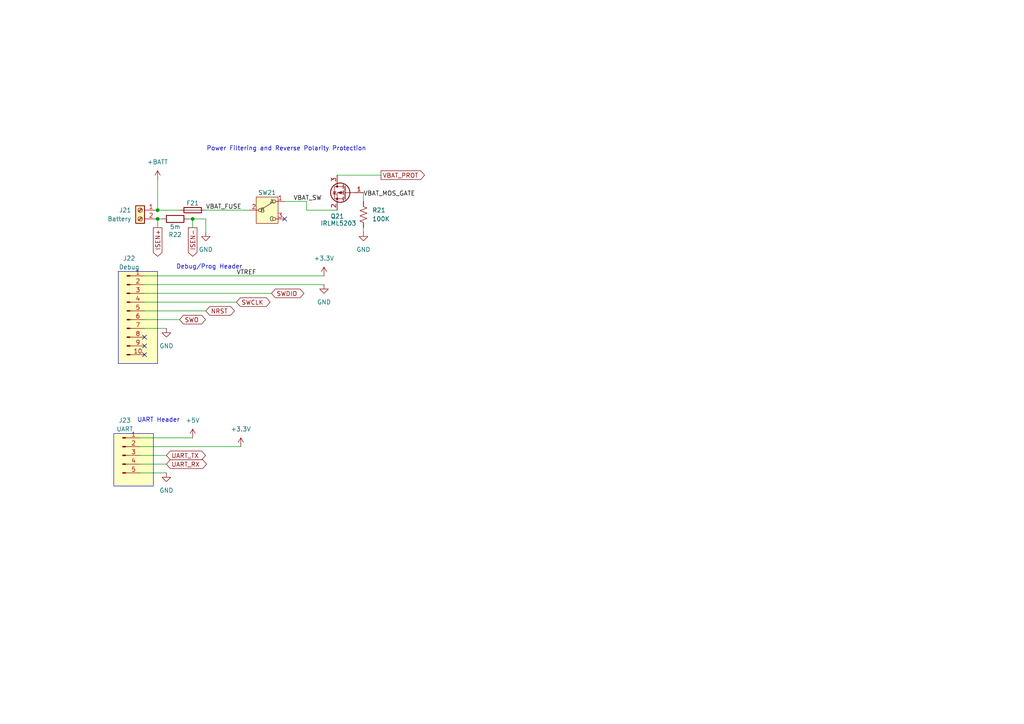
<source format=kicad_sch>
(kicad_sch (version 20250114) (generator "eeschema") (generator_version "9.0")
  (paper "A4")
  (title_block (title "Connectors") (date "2026-01-30") (rev "0-1"))
  (lib_symbols
    (symbol "Connector:Conn_01x05_Pin" (pin_names (offset 1.016) (hide yes))
      (property "Reference" "J" (at 0 7.62 0))
      (property "Value" "Conn_01x05_Pin" (at 0 -7.62 0))
      (symbol "Conn_01x05_Pin_1_1"
        (rectangle (start 0.8636 5.207) (end 0 4.953) (stroke (width 0.1524)) (fill (type outline)))
        (rectangle (start 0.8636 2.667) (end 0 2.413) (stroke (width 0.1524)) (fill (type outline)))
        (rectangle (start 0.8636 0.127) (end 0 -0.127) (stroke (width 0.1524)) (fill (type outline)))
        (rectangle (start 0.8636 -2.413) (end 0 -2.667) (stroke (width 0.1524)) (fill (type outline)))
        (rectangle (start 0.8636 -4.953) (end 0 -5.207) (stroke (width 0.1524)) (fill (type outline)))
        (polyline (pts (xy 1.27 5.08) (xy 0.8636 5.08)) (stroke (width 0.1524)))
        (polyline (pts (xy 1.27 2.54) (xy 0.8636 2.54)) (stroke (width 0.1524)))
        (polyline (pts (xy 1.27 0) (xy 0.8636 0)) (stroke (width 0.1524)))
        (polyline (pts (xy 1.27 -2.54) (xy 0.8636 -2.54)) (stroke (width 0.1524)))
        (polyline (pts (xy 1.27 -5.08) (xy 0.8636 -5.08)) (stroke (width 0.1524)))
        (pin passive line (at 5.08 5.08 180) (length 3.81) (name "Pin_1") (number "1"))
        (pin passive line (at 5.08 2.54 180) (length 3.81) (name "Pin_2") (number "2"))
        (pin passive line (at 5.08 0 180) (length 3.81) (name "Pin_3") (number "3"))
        (pin passive line (at 5.08 -2.54 180) (length 3.81) (name "Pin_4") (number "4"))
        (pin passive line (at 5.08 -5.08 180) (length 3.81) (name "Pin_5") (number "5"))
      )
    )
    (symbol "Connector:Conn_01x10_Pin" (pin_names (offset 1.016) (hide yes))
      (property "Reference" "J" (at 0 12.7 0))
      (property "Value" "Conn_01x10_Pin" (at 0 -15.24 0))
      (symbol "Conn_01x10_Pin_1_1"
        (rectangle (start 0.8636 10.287) (end 0 10.033) (stroke (width 0.1524)) (fill (type outline)))
        (rectangle (start 0.8636 7.747) (end 0 7.493) (stroke (width 0.1524)) (fill (type outline)))
        (rectangle (start 0.8636 5.207) (end 0 4.953) (stroke (width 0.1524)) (fill (type outline)))
        (rectangle (start 0.8636 2.667) (end 0 2.413) (stroke (width 0.1524)) (fill (type outline)))
        (rectangle (start 0.8636 0.127) (end 0 -0.127) (stroke (width 0.1524)) (fill (type outline)))
        (rectangle (start 0.8636 -2.413) (end 0 -2.667) (stroke (width 0.1524)) (fill (type outline)))
        (rectangle (start 0.8636 -4.953) (end 0 -5.207) (stroke (width 0.1524)) (fill (type outline)))
        (rectangle (start 0.8636 -7.493) (end 0 -7.747) (stroke (width 0.1524)) (fill (type outline)))
        (rectangle (start 0.8636 -10.033) (end 0 -10.287) (stroke (width 0.1524)) (fill (type outline)))
        (rectangle (start 0.8636 -12.573) (end 0 -12.827) (stroke (width 0.1524)) (fill (type outline)))
        (polyline (pts (xy 1.27 10.16) (xy 0.8636 10.16)) (stroke (width 0.1524)))
        (polyline (pts (xy 1.27 7.62) (xy 0.8636 7.62)) (stroke (width 0.1524)))
        (polyline (pts (xy 1.27 5.08) (xy 0.8636 5.08)) (stroke (width 0.1524)))
        (polyline (pts (xy 1.27 2.54) (xy 0.8636 2.54)) (stroke (width 0.1524)))
        (polyline (pts (xy 1.27 0) (xy 0.8636 0)) (stroke (width 0.1524)))
        (polyline (pts (xy 1.27 -2.54) (xy 0.8636 -2.54)) (stroke (width 0.1524)))
        (polyline (pts (xy 1.27 -5.08) (xy 0.8636 -5.08)) (stroke (width 0.1524)))
        (polyline (pts (xy 1.27 -7.62) (xy 0.8636 -7.62)) (stroke (width 0.1524)))
        (polyline (pts (xy 1.27 -10.16) (xy 0.8636 -10.16)) (stroke (width 0.1524)))
        (polyline (pts (xy 1.27 -12.7) (xy 0.8636 -12.7)) (stroke (width 0.1524)))
        (pin passive line (at 5.08 10.16 180) (length 3.81) (name "Pin_1") (number "1"))
        (pin passive line (at 5.08 7.62 180) (length 3.81) (name "Pin_2") (number "2"))
        (pin passive line (at 5.08 5.08 180) (length 3.81) (name "Pin_3") (number "3"))
        (pin passive line (at 5.08 2.54 180) (length 3.81) (name "Pin_4") (number "4"))
        (pin passive line (at 5.08 0 180) (length 3.81) (name "Pin_5") (number "5"))
        (pin passive line (at 5.08 -2.54 180) (length 3.81) (name "Pin_6") (number "6"))
        (pin passive line (at 5.08 -5.08 180) (length 3.81) (name "Pin_7") (number "7"))
        (pin passive line (at 5.08 -7.62 180) (length 3.81) (name "Pin_8") (number "8"))
        (pin passive line (at 5.08 -10.16 180) (length 3.81) (name "Pin_9") (number "9"))
        (pin passive line (at 5.08 -12.7 180) (length 3.81) (name "Pin_10") (number "10"))
      )
    )
    (symbol "Connector:Screw_Terminal_01x02" (pin_names (offset 1.016) (hide yes))
      (property "Reference" "J" (at 0 2.54 0))
      (property "Value" "Screw_Terminal_01x02" (at 0 -5.08 0))
      (symbol "Screw_Terminal_01x02_1_1"
        (rectangle (start -1.27 1.27) (end 1.27 -3.81) (stroke (width 0.254)) (fill (type background)))
        (polyline (pts (xy -0.5334 0.3302) (xy 0.3302 -0.508)) (stroke (width 0.1524)))
        (polyline (pts (xy -0.5334 -2.2098) (xy 0.3302 -3.048)) (stroke (width 0.1524)))
        (polyline (pts (xy -0.3556 0.508) (xy 0.508 -0.3302)) (stroke (width 0.1524)))
        (polyline (pts (xy -0.3556 -2.032) (xy 0.508 -2.8702)) (stroke (width 0.1524)))
        (circle (center 0 0) (radius 0.635) (stroke (width 0.1524)))
        (circle (center 0 -2.54) (radius 0.635) (stroke (width 0.1524)))
        (pin passive line (at -5.08 0 0) (length 3.81) (name "Pin_1") (number "1"))
        (pin passive line (at -5.08 -2.54 0) (length 3.81) (name "Pin_2") (number "2"))
      )
    )
    (symbol "Device:Fuse" (pin_numbers (hide yes)) (pin_names (offset 0))
      (property "Reference" "F" (at 2.032 0 90))
      (property "Value" "Fuse" (at -1.905 0 90))
      (symbol "Fuse_0_1"
        (rectangle (start -0.762 -2.54) (end 0.762 2.54) (stroke (width 0.254)))
        (polyline (pts (xy 0 2.54) (xy 0 -2.54)))
      )
      (symbol "Fuse_1_1"
        (pin passive line (at 0 3.81 270) (length 1.27) (name "~") (number "1"))
        (pin passive line (at 0 -3.81 90) (length 1.27) (name "~") (number "2"))
      )
    )
    (symbol "Device:R" (pin_numbers (hide yes)) (pin_names (offset 0))
      (property "Reference" "R" (at 2.032 0 90))
      (property "Value" "R" (at 0 0 90))
      (symbol "R_0_1"
        (rectangle (start -1.016 -2.54) (end 1.016 2.54) (stroke (width 0.254)))
      )
      (symbol "R_1_1"
        (pin passive line (at 0 3.81 270) (length 1.27) (name "~") (number "1"))
        (pin passive line (at 0 -3.81 90) (length 1.27) (name "~") (number "2"))
      )
    )
    (symbol "Device:R_US" (pin_numbers (hide yes)) (pin_names (offset 0))
      (property "Reference" "R" (at 2.54 0 90))
      (property "Value" "R_US" (at -2.54 0 90))
      (symbol "R_US_0_1"
        (polyline (pts (xy 0 2.286) (xy 0 2.54)))
        (polyline (pts (xy 0 2.286) (xy 1.016 1.905) (xy 0 1.524) (xy -1.016 1.143) (xy 0 0.762)))
        (polyline (pts (xy 0 0.762) (xy 1.016 0.381) (xy 0 0) (xy -1.016 -0.381) (xy 0 -0.762)))
        (polyline (pts (xy 0 -0.762) (xy 1.016 -1.143) (xy 0 -1.524) (xy -1.016 -1.905) (xy 0 -2.286)))
        (polyline (pts (xy 0 -2.286) (xy 0 -2.54)))
      )
      (symbol "R_US_1_1"
        (pin passive line (at 0 3.81 270) (length 1.27) (name "~") (number "1"))
        (pin passive line (at 0 -3.81 90) (length 1.27) (name "~") (number "2"))
      )
    )
    (symbol "Global:EG1903-ND"
      (property "Reference" "SW" (at 0 0 0))
      (symbol "EG1903-ND_0_1"
        (circle (center -2.032 -5.08) (radius 0.4572))
        (polyline (pts (xy -1.651 -4.826) (xy 1.651 -2.794)))
        (circle (center 2.032 -2.54) (radius 0.4572))
        (circle (center 2.032 -7.62) (radius 0.4572))
      )
      (symbol "EG1903-ND_1_1"
        (rectangle (start -3.175 -1.27) (end 3.175 -8.89) (fill (type background)))
        (pin passive line (at -5.08 -5.08 0) (length 2.54) (name "B") (number "2"))
        (pin passive line (at 5.08 -2.54 180) (length 2.54) (name "A") (number "1"))
        (pin passive line (at 5.08 -7.62 180) (length 2.54) (name "C") (number "3"))
      )
    )
    (symbol "Transistor_FET:IRLML5203" (pin_names (hide yes))
      (property "Reference" "Q" (at 5.08 1.905 0))
      (property "Value" "IRLML5203" (at 5.08 0 0))
      (symbol "IRLML5203_0_1"
        (polyline (pts (xy 0.254 1.905) (xy 0.254 -1.905)) (stroke (width 0.254)))
        (polyline (pts (xy 0.254 0) (xy -2.54 0)))
        (polyline (pts (xy 0.762 2.286) (xy 0.762 1.27)) (stroke (width 0.254)))
        (polyline (pts (xy 0.762 1.778) (xy 3.302 1.778) (xy 3.302 -1.778) (xy 0.762 -1.778)))
        (polyline (pts (xy 0.762 0.508) (xy 0.762 -0.508)) (stroke (width 0.254)))
        (polyline (pts (xy 0.762 -1.27) (xy 0.762 -2.286)) (stroke (width 0.254)))
        (circle (center 1.651 0) (radius 2.794) (stroke (width 0.254)))
        (polyline (pts (xy 2.286 0) (xy 1.27 0.381) (xy 1.27 -0.381) (xy 2.286 0)) (fill (type outline)))
        (polyline (pts (xy 2.54 2.54) (xy 2.54 1.778)))
        (circle (center 2.54 1.778) (radius 0.254) (fill (type outline)))
        (circle (center 2.54 -1.778) (radius 0.254) (fill (type outline)))
        (polyline (pts (xy 2.54 -2.54) (xy 2.54 0) (xy 0.762 0)))
        (polyline (pts (xy 2.794 -0.508) (xy 2.921 -0.381) (xy 3.683 -0.381) (xy 3.81 -0.254)))
        (polyline (pts (xy 3.302 -0.381) (xy 2.921 0.254) (xy 3.683 0.254) (xy 3.302 -0.381)))
      )
      (symbol "IRLML5203_1_1"
        (pin input line (at -5.08 0 0) (length 2.54) (name "G") (number "1"))
        (pin passive line (at 2.54 5.08 270) (length 2.54) (name "D") (number "3"))
        (pin passive line (at 2.54 -5.08 90) (length 2.54) (name "S") (number "2"))
      )
    )
    (symbol "power:+3.3V" (power) (pin_numbers (hide yes)) (pin_names (offset 0) (hide yes))
      (property "Value" "+3.3V" (at 0 3.556 0))
      (symbol "+3.3V_0_1"
        (polyline (pts (xy -0.762 1.27) (xy 0 2.54)))
        (polyline (pts (xy 0 2.54) (xy 0.762 1.27)))
        (polyline (pts (xy 0 0) (xy 0 2.54)))
      )
      (symbol "+3.3V_1_1"
        (pin power_in line (at 0 0 90) (length 0) (name "~") (number "1"))
      )
    )
    (symbol "power:+5V" (power) (pin_numbers (hide yes)) (pin_names (offset 0) (hide yes))
      (property "Value" "+5V" (at 0 3.556 0))
      (symbol "+5V_0_1"
        (polyline (pts (xy -0.762 1.27) (xy 0 2.54)))
        (polyline (pts (xy 0 2.54) (xy 0.762 1.27)))
        (polyline (pts (xy 0 0) (xy 0 2.54)))
      )
      (symbol "+5V_1_1"
        (pin power_in line (at 0 0 90) (length 0) (name "~") (number "1"))
      )
    )
    (symbol "power:+BATT" (power) (pin_numbers (hide yes)) (pin_names (offset 0) (hide yes))
      (property "Value" "+BATT" (at 0 3.556 0))
      (symbol "+BATT_0_1"
        (polyline (pts (xy -0.762 1.27) (xy 0 2.54)))
        (polyline (pts (xy 0 2.54) (xy 0.762 1.27)))
        (polyline (pts (xy 0 0) (xy 0 2.54)))
      )
      (symbol "+BATT_1_1"
        (pin power_in line (at 0 0 90) (length 0) (name "~") (number "1"))
      )
    )
    (symbol "power:GND" (power) (pin_numbers (hide yes)) (pin_names (offset 0) (hide yes))
      (property "Value" "GND" (at 0 -3.81 0))
      (symbol "GND_0_1"
        (polyline (pts (xy 0 0) (xy 0 -1.27) (xy 1.27 -1.27) (xy 0 -2.54) (xy -1.27 -1.27) (xy 0 -1.27)))
      )
      (symbol "GND_1_1"
        (pin power_in line (at 0 0 270) (length 0) (name "~") (number "1"))
      )
    )
  )
  (rectangle (start 34.29 78.74) (end 45.72 105.41) (fill (type color) (color 255 255 194 1)))
  (rectangle (start 33.02 125.73) (end 44.45 140.97) (fill (type color) (color 255 255 194 1)))
  (text "UART Header" (at 45.974 121.92 0) (effects (font (size 1.27 1.27))))
  (text "Debug/Prog Header" (at 60.706 77.47 0) (effects (font (size 1.27 1.27))))
  (text "Power Filtering and Reverse Polarity Protection" (at 83.058 43.18 0) (effects (font (size 1.27 1.27))))
  (junction (at 55.88 63.5))
  (junction (at 45.72 63.5))
  (junction (at 45.72 60.96))
  (no_connect (at 41.91 97.79))
  (no_connect (at 41.91 100.33))
  (no_connect (at 41.91 102.87))
  (no_connect (at 82.55 63.5))
  (wire (pts (xy 40.64 137.16) (xy 48.26 137.16)))
  (wire (pts (xy 55.88 63.5) (xy 59.69 63.5)))
  (wire (pts (xy 41.91 92.71) (xy 52.07 92.71)))
  (wire (pts (xy 40.64 129.54) (xy 69.85 129.54)))
  (wire (pts (xy 59.69 60.96) (xy 72.39 60.96)))
  (wire (pts (xy 105.41 66.04) (xy 105.41 67.31)))
  (wire (pts (xy 45.72 63.5) (xy 45.72 66.04)))
  (wire (pts (xy 41.91 82.55) (xy 93.98 82.55)))
  (wire (pts (xy 97.79 50.8) (xy 110.49 50.8)))
  (wire (pts (xy 40.64 134.62) (xy 48.26 134.62)))
  (wire (pts (xy 41.91 95.25) (xy 48.26 95.25)))
  (wire (pts (xy 88.9 60.96) (xy 97.79 60.96)))
  (wire (pts (xy 41.91 87.63) (xy 68.58 87.63)))
  (wire (pts (xy 55.88 63.5) (xy 55.88 66.04)))
  (wire (pts (xy 40.64 132.08) (xy 48.26 132.08)))
  (wire (pts (xy 59.69 63.5) (xy 59.69 67.31)))
  (wire (pts (xy 54.61 63.5) (xy 55.88 63.5)))
  (wire (pts (xy 88.9 58.42) (xy 88.9 60.96)))
  (wire (pts (xy 41.91 80.01) (xy 93.98 80.01)))
  (wire (pts (xy 105.41 55.88) (xy 105.41 58.42)))
  (wire (pts (xy 41.91 90.17) (xy 59.69 90.17)))
  (wire (pts (xy 82.55 58.42) (xy 88.9 58.42)))
  (wire (pts (xy 45.72 52.07) (xy 45.72 60.96)))
  (wire (pts (xy 40.64 127) (xy 55.88 127)))
  (wire (pts (xy 41.91 85.09) (xy 78.74 85.09)))
  (wire (pts (xy 45.72 60.96) (xy 52.07 60.96)))
  (wire (pts (xy 45.72 63.5) (xy 46.99 63.5)))
  (label "VBAT_SW" (at 85.09 58.42 0))
  (label "VTREF" (at 68.58 80.01 0))
  (label "VBAT_MOS_GATE" (at 105.41 57.15 0))
  (label "VBAT_FUSE" (at 59.69 60.96 0))
  (global_label "SWDIO" (shape bidirectional) (at 78.74 85.09 0) (property "Intersheetrefs" "${INTERSHEET_REFS}" (at 88.7027 85.09 0) (effects (justify left))))
  (global_label "UART_RX" (shape bidirectional) (at 48.26 134.62 0) (property "Intersheetrefs" "${INTERSHEET_REFS}" (at 60.4603 134.62 0) (effects (justify left))))
  (global_label "ISEN-" (shape output) (at 55.88 66.04 270) (property "Intersheetrefs" "${INTERSHEET_REFS}" (at 55.88 74.8914 90) (effects (justify right))))
  (global_label "SWCLK" (shape bidirectional) (at 68.58 87.63 0) (property "Intersheetrefs" "${INTERSHEET_REFS}" (at 78.9055 87.63 0) (effects (justify left))))
  (global_label "ISEN+" (shape output) (at 45.72 66.04 270) (property "Intersheetrefs" "${INTERSHEET_REFS}" (at 45.72 74.8914 90) (effects (justify right))))
  (global_label "SWO" (shape bidirectional) (at 52.07 92.71 0) (property "Intersheetrefs" "${INTERSHEET_REFS}" (at 60.1579 92.71 0) (effects (justify left))))
  (global_label "UART_TX" (shape bidirectional) (at 48.26 132.08 0) (property "Intersheetrefs" "${INTERSHEET_REFS}" (at 60.1579 132.08 0) (effects (justify left))))
  (global_label "VBAT_PROT" (shape output) (at 110.49 50.8 0) (property "Intersheetrefs" "${INTERSHEET_REFS}" (at 123.6957 50.8 0) (effects (justify left))))
  (global_label "NRST" (shape bidirectional) (at 59.69 90.17 0) (property "Intersheetrefs" "${INTERSHEET_REFS}" (at 68.5641 90.17 0) (effects (justify left))))
  (symbol (lib_id "power:GND") (at 48.26 137.16 0) (unit 1)
    (property "Reference" "#PWR086" (effects (hide yes)))
    (property "Value" "GND" (at 48.26 142.24 0))
    (property "Description" "Power symbol creates a global label with name \"GND\" , ground" (effects (hide yes)))
  )
  (symbol (lib_id "power:+3.3V") (at 93.98 80.01 0) (unit 1)
    (property "Reference" "#PWR03" (effects (hide yes)))
    (property "Value" "+3.3V" (at 93.98 74.93 0))
    (property "Description" "Power symbol creates a global label with name \"+3.3V\"" (effects (hide yes)))
  )
  (symbol (lib_id "power:+3.3V") (at 69.85 129.54 0) (unit 1)
    (property "Reference" "#PWR087" (effects (hide yes)))
    (property "Value" "+3.3V" (at 69.85 124.46 0))
    (property "Description" "Power symbol creates a global label with name \"+3.3V\"" (effects (hide yes)))
  )
  (symbol (lib_id "Device:R") (at 50.8 63.5 90) (unit 1)
    (property "Reference" "R22" (at 50.8 68.072 90))
    (property "Value" "5m" (at 50.8 65.786 90))
    (property "Footprint" "Resistor_SMD:R_2010_5025Metric" (effects (hide yes)))
    (property "Description" "Resistor" (effects (hide yes)))
  )
  (symbol (lib_id "Connector:Conn_01x05_Pin") (at 35.56 132.08 0) (unit 1)
    (property "Reference" "J23" (at 36.195 121.92 0))
    (property "Value" "UART" (at 36.195 124.46 0))
    (property "Footprint" "Connector_PinHeader_2.54mm:PinHeader_1x05_P2.54mm_Vertical" (effects (hide yes)))
    (property "Description" "Generic connector, single row, 01x05, script generated" (effects (hide yes)))
  )
  (symbol (lib_id "Connector:Conn_01x10_Pin") (at 36.83 90.17 0) (unit 1)
    (property "Reference" "J22" (at 37.465 74.93 0))
    (property "Value" "Debug" (at 37.465 77.47 0))
    (property "Footprint" "Connector_PinHeader_2.54mm:PinHeader_2x05_P2.54mm_Vertical" (effects (hide yes)))
    (property "Description" "Generic connector, single row, 01x10, script generated" (effects (hide yes)))
  )
  (symbol (lib_id "Global:EG1903-ND") (at 77.47 55.88 0) (unit 1)
    (property "Reference" "SW21" (at 77.47 55.88 0))
    (property "Footprint" "Library:SW_EG1218" (effects (hide yes)))
  )
  (symbol (lib_id "power:GND") (at 59.69 67.31 0) (unit 1)
    (property "Reference" "#PWR04" (effects (hide yes)))
    (property "Value" "GND" (at 59.69 72.39 0))
    (property "Description" "Power symbol creates a global label with name \"GND\" , ground" (effects (hide yes)))
  )
  (symbol (lib_id "power:GND") (at 105.41 67.31 0) (unit 1)
    (property "Reference" "#PWR05" (effects (hide yes)))
    (property "Value" "GND" (at 105.41 72.39 0))
    (property "Description" "Power symbol creates a global label with name \"GND\" , ground" (effects (hide yes)))
  )
  (symbol (lib_id "power:+5V") (at 55.88 127 0) (unit 1)
    (property "Reference" "#PWR088" (effects (hide yes)))
    (property "Value" "+5V" (at 55.88 121.92 0))
    (property "Description" "Power symbol creates a global label with name \"+5V\"" (effects (hide yes)))
  )
  (symbol (lib_id "power:+BATT") (at 45.72 52.07 0) (unit 1)
    (property "Reference" "#PWR06" (effects (hide yes)))
    (property "Value" "+BATT" (at 45.72 46.99 0))
    (property "Description" "Power symbol creates a global label with name \"+BATT\"" (effects (hide yes)))
  )
  (symbol (lib_id "Connector:Screw_Terminal_01x02") (at 40.64 60.96 0) (mirror y) (unit 1)
    (property "Reference" "J21" (at 38.1 60.9599 0) (effects (justify left)))
    (property "Value" "Battery" (at 38.1 63.4999 0) (effects (justify left)))
    (property "Footprint" "Library:CUI_TB002-500-02BE" (effects (hide yes)))
    (property "Description" "Generic screw terminal, single row, 01x02, script generated (kicad-library-utils/schlib/autogen/connector/)" (effects (hide yes)))
  )
  (symbol (lib_id "Transistor_FET:IRLML5203") (at 100.33 55.88 0) (mirror y) (unit 1)
    (property "Reference" "Q21" (at 99.822 62.738 0) (effects (justify left)))
    (property "Value" "IRLML5203" (at 103.378 64.77 0) (effects (justify left)))
    (property "Footprint" "Package_TO_SOT_SMD:SOT-23" (effects (hide yes)))
    (property "Datasheet" "https://www.infineon.com/dgdl/irlml5203pbf.pdf?fileId=5546d462533600a40153566868da261d" (effects (hide yes)))
    (property "Description" "-3.0A Id, -30V Vds, 98mOhm Rds, P-Channel HEXFET Power MOSFET, SOT-23" (effects (hide yes)))
  )
  (symbol (lib_id "Device:R_US") (at 105.41 62.23 0) (unit 1)
    (property "Reference" "R21" (at 107.95 60.9599 0) (effects (justify left)))
    (property "Value" "100K" (at 107.95 63.4999 0) (effects (justify left)))
    (property "Footprint" "Resistor_SMD:R_0402_1005Metric" (effects (hide yes)))
    (property "Description" "Resistor, US symbol" (effects (hide yes)))
  )
  (symbol (lib_id "Device:Fuse") (at 55.88 60.96 90) (unit 1)
    (property "Reference" "F21" (at 55.88 58.928 90))
    (property "Value" "Fuse" (effects (hide yes)))
    (property "Footprint" "Fuse:Fuse_2920_7451Metric" (effects (hide yes)))
    (property "Description" "Fuse" (effects (hide yes)))
  )
  (symbol (lib_id "power:GND") (at 48.26 95.25 0) (unit 1)
    (property "Reference" "#PWR02" (effects (hide yes)))
    (property "Value" "GND" (at 48.26 100.33 0))
    (property "Description" "Power symbol creates a global label with name \"GND\" , ground" (effects (hide yes)))
  )
  (symbol (lib_id "power:GND") (at 93.98 82.55 0) (unit 1)
    (property "Reference" "#PWR01" (effects (hide yes)))
    (property "Value" "GND" (at 93.98 87.63 0))
    (property "Description" "Power symbol creates a global label with name \"GND\" , ground" (effects (hide yes)))
  )
)
</source>
